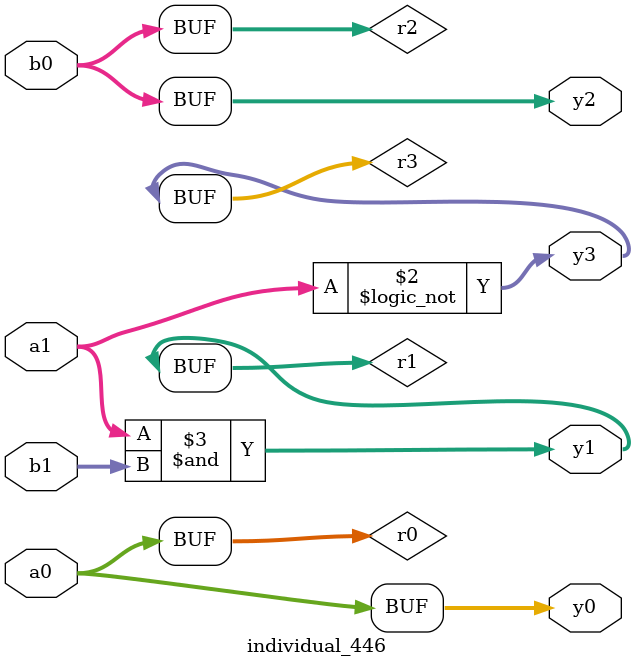
<source format=sv>
module individual_446(input logic [15:0] a1, input logic [15:0] a0, input logic [15:0] b1, input logic [15:0] b0, output logic [15:0] y3, output logic [15:0] y2, output logic [15:0] y1, output logic [15:0] y0);
logic [15:0] r0, r1, r2, r3; 
 always@(*) begin 
	 r0 = a0; r1 = a1; r2 = b0; r3 = b1; 
 	 r3 = ! r1 ;
 	 r1  &=  b1 ;
 	 y3 = r3; y2 = r2; y1 = r1; y0 = r0; 
end
endmodule
</source>
